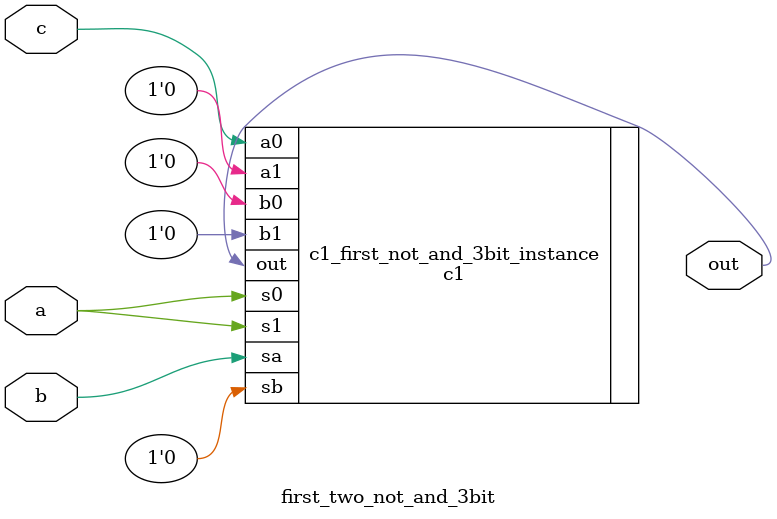
<source format=v>
module first_not_and_2bit (
    input a, b,
    output out
);
    
    c1 c1_first_not_and_instance(.a0(1'b0), .a1(1'b0), .sa(a), .b0(1'b1), .b1(1'b0), .sb(a), .s0(b), .s1(b), .out(out));

endmodule


module first_not_and_3bit (
    input a, b, c,
    output out
);
    c1 c1_first_not_and_3bit_instance(.a0(1'b0), .a1(c), .sa(b), .b0(1'b0), .b1(1'b0), .sb(1'b0), .s0(a), .s1(a), .out(out));
    
endmodule


module first_two_not_and_3bit (
    input a, b, c, 
    output out
);

    c1 c1_first_not_and_3bit_instance(.a0(c), .a1(1'b0), .sa(b), .b0(1'b0), .b1(1'b0), .sb(1'b0), .s0(a), .s1(a), .out(out));

endmodule
</source>
